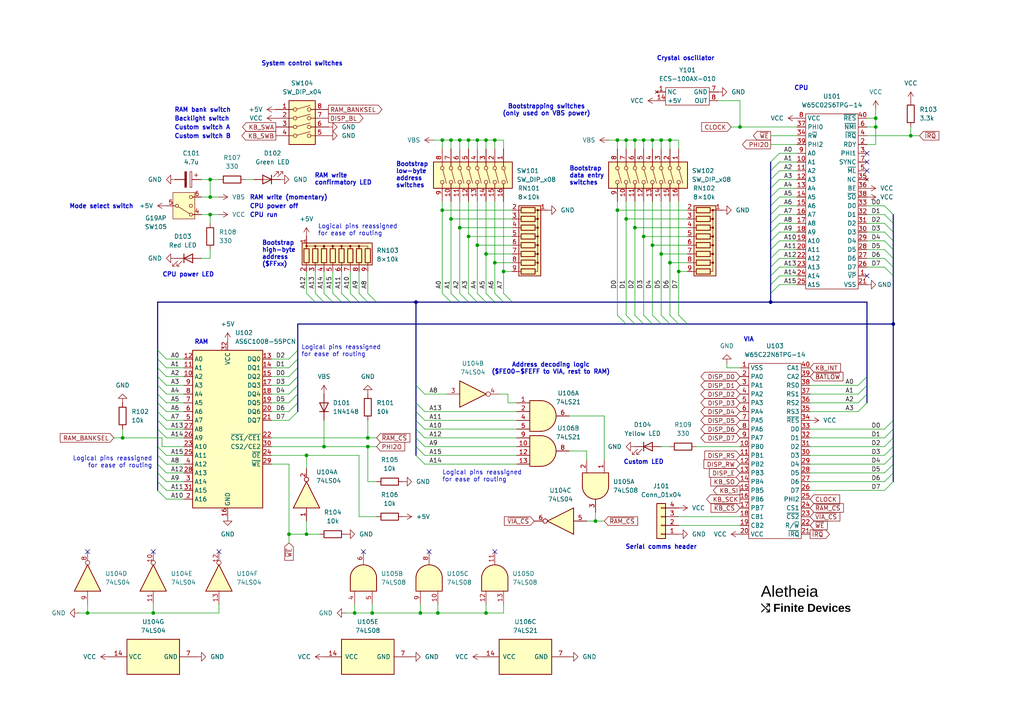
<source format=kicad_sch>
(kicad_sch (version 20250114) (generator "eeschema") (generator_version "9.0")
  (paper "A4")
  (title_block (title "Aletheia") (date "2026-01-15") (rev "1") (company "Finite Devices"))
  (text "Custom switch A" (at 50.546 37.084 0) (effects (font (size 1.27 1.27) (thickness 0.254) (bold yes)) (justify left)))
  (text "RAM" (at 58.42 99.314 0) (effects (font (size 1.27 1.27) (thickness 0.254) (bold yes))))
  (text "CPU" (at 232.41 25.654 0) (effects (font (size 1.27 1.27) (thickness 0.254) (bold yes))))
  (text "CPU run" (at 72.39 62.484 0) (effects (font (size 1.27 1.27) (thickness 0.254) (bold yes)) (justify left)))
  (text "Crystal oscillator" (at 198.882 17.018 0) (effects (font (size 1.27 1.27) (thickness 0.254) (bold yes))))
  (text "RAM write (momentary)" (at 72.39 57.404 0) (effects (font (size 1.27 1.27) (thickness 0.254) (bold yes)) (justify left)))
  (text "Bootstrap\nlow-byte\naddress\nswitches" (at 114.808 50.8 0) (effects (font (size 1.27 1.27) (thickness 0.254) (bold yes)) (justify left)))
  (text "CPU power off" (at 72.39 59.944 0) (effects (font (size 1.27 1.27) (thickness 0.254) (bold yes)) (justify left)))
  (text "Bootstrap\nhigh-byte\naddress\n($FFxx)" (at 75.946 73.66 0) (effects (font (size 1.27 1.27) (thickness 0.254) (bold yes)) (justify left)))
  (text "Bootstrap\ndata entry\nswitches" (at 165.1 51.054 0) (effects (font (size 1.27 1.27) (thickness 0.254) (bold yes)) (justify left)))
  (text "Serial comms header" (at 191.77 158.75 0) (effects (font (size 1.27 1.27) (thickness 0.254) (bold yes))))
  (text "CPU power LED" (at 54.61 79.756 0) (effects (font (size 1.27 1.27) (thickness 0.254) (bold yes))))
  (text "Address decoding logic\n($FE00-$FEFF to VIA, rest to RAM)" (at 159.766 106.934 0) (effects (font (size 1.27 1.27) (thickness 0.254) (bold yes))))
  (text "RAM write\nconfirmatory LED" (at 91.186 52.07 0) (effects (font (size 1.27 1.27) (thickness 0.254) (bold yes)) (justify left)))
  (text "Bootstrapping switches\n(only used on VBS power)" (at 158.496 32.004 0) (effects (font (size 1.27 1.27) (thickness 0.254) (bold yes))))
  (text "Logical pins reassigned\nfor ease of routing" (at 44.196 134.112 0) (effects (font (size 1.27 1.27) (thickness 0.1588)) (justify right)))
  (text "VIA" (at 217.17 98.552 0) (effects (font (size 1.27 1.27) (thickness 0.254) (bold yes))))
  (text "Logical pins reassigned\nfor ease of routing" (at 92.202 66.802 0) (effects (font (size 1.27 1.27) (thickness 0.1588)) (justify left)))
  (text "Mode select switch" (at 20.066 59.944 0) (effects (font (size 1.27 1.27) (thickness 0.254) (bold yes)) (justify left)))
  (text "Logical pins reassigned\nfor ease of routing" (at 128.27 138.176 0) (effects (font (size 1.27 1.27) (thickness 0.1588)) (justify left)))
  (text "Backlight switch" (at 50.546 34.544 0) (effects (font (size 1.27 1.27) (thickness 0.254) (bold yes)) (justify left)))
  (text "RAM bank switch" (at 50.546 32.004 0) (effects (font (size 1.27 1.27) (thickness 0.254) (bold yes)) (justify left)))
  (text "Custom LED" (at 186.69 134.112 0) (effects (font (size 1.27 1.27) (thickness 0.254) (bold yes))))
  (text "Logical pins reassigned\nfor ease of routing" (at 87.376 101.854 0) (effects (font (size 1.27 1.27) (thickness 0.1588)) (justify left)))
  (text "System control switches" (at 87.63 18.542 0) (effects (font (size 1.27 1.27) (thickness 0.254) (bold yes))))
  (text "Custom switch B" (at 50.546 39.624 0) (effects (font (size 1.27 1.27) (thickness 0.254) (bold yes)) (justify left)))
  (junction (at 194.31 76.2))
  (junction (at 83.82 154.94))
  (junction (at 133.35 40.64))
  (junction (at 44.45 177.8))
  (junction (at 107.95 177.8))
  (junction (at 128.27 40.64))
  (junction (at 146.05 78.74))
  (junction (at 184.15 40.64))
  (junction (at 102.87 177.8))
  (junction (at 25.4 177.8))
  (junction (at 35.56 127))
  (junction (at 189.23 71.12))
  (junction (at 186.69 68.58))
  (junction (at 121.92 177.8))
  (junction (at 184.15 66.04))
  (junction (at 194.31 40.64))
  (junction (at 127 177.8))
  (junction (at 143.51 40.64))
  (junction (at 143.51 76.2))
  (junction (at 106.68 129.54))
  (junction (at 191.77 40.64))
  (junction (at 120.65 87.63))
  (junction (at 130.81 40.64))
  (junction (at 214.63 36.83))
  (junction (at 186.69 40.64))
  (junction (at 264.16 39.37))
  (junction (at 138.43 71.12))
  (junction (at 130.81 63.5))
  (junction (at 196.85 78.74))
  (junction (at 106.68 127))
  (junction (at 133.35 66.04))
  (junction (at 254 34.29))
  (junction (at 172.72 151.13))
  (junction (at 140.97 40.64))
  (junction (at 223.52 87.63))
  (junction (at 135.89 40.64))
  (junction (at 181.61 40.64))
  (junction (at 128.27 60.96))
  (junction (at 60.96 52.07))
  (junction (at 181.61 63.5))
  (junction (at 135.89 68.58))
  (junction (at 179.07 60.96))
  (junction (at 140.97 177.8))
  (junction (at 93.98 129.54))
  (junction (at 88.9 132.08))
  (junction (at 179.07 40.64))
  (junction (at 191.77 73.66))
  (junction (at 254 36.83))
  (junction (at 60.96 62.23))
  (junction (at 140.97 73.66))
  (junction (at 259.08 93.98))
  (junction (at 60.96 57.15))
  (junction (at 88.9 154.94))
  (junction (at 138.43 40.64))
  (junction (at 189.23 40.64))
  (no_connect (at 25.4 160.02))
  (no_connect (at 251.46 49.53))
  (no_connect (at 251.46 80.01))
  (no_connect (at 143.51 160.02))
  (no_connect (at 124.46 160.02))
  (no_connect (at 44.45 160.02))
  (no_connect (at 251.46 46.99))
  (no_connect (at 251.46 44.45))
  (no_connect (at 63.5 160.02))
  (no_connect (at 105.41 160.02))
  (bus_entry (at 256.54 124.46) (size 2.54 -2.54))
  (bus_entry (at 256.54 77.47) (size 2.54 2.54))
  (bus_entry (at 135.89 85.09) (size 2.54 2.54))
  (bus_entry (at 48.26 124.46) (size -2.54 -2.54))
  (bus_entry (at 88.9 85.09) (size 2.54 2.54))
  (bus_entry (at 186.69 91.44) (size 2.54 2.54))
  (bus_entry (at 83.82 111.76) (size 2.54 -2.54))
  (bus_entry (at 104.14 85.09) (size 2.54 2.54))
  (bus_entry (at 123.19 119.38) (size -2.54 -2.54))
  (bus_entry (at 140.97 85.09) (size 2.54 2.54))
  (bus_entry (at 226.06 52.07) (size -2.54 2.54))
  (bus_entry (at 256.54 137.16) (size 2.54 -2.54))
  (bus_entry (at 133.35 85.09) (size 2.54 2.54))
  (bus_entry (at 123.19 114.3) (size -2.54 -2.54))
  (bus_entry (at 226.06 54.61) (size -2.54 2.54))
  (bus_entry (at 226.06 82.55) (size -2.54 2.54))
  (bus_entry (at 191.77 91.44) (size 2.54 2.54))
  (bus_entry (at 226.06 49.53) (size -2.54 2.54))
  (bus_entry (at 256.54 62.23) (size 2.54 2.54))
  (bus_entry (at 226.06 64.77) (size -2.54 2.54))
  (bus_entry (at 226.06 46.99) (size -2.54 2.54))
  (bus_entry (at 138.43 85.09) (size 2.54 2.54))
  (bus_entry (at 123.19 132.08) (size -2.54 -2.54))
  (bus_entry (at 83.82 121.92) (size 2.54 -2.54))
  (bus_entry (at 226.06 77.47) (size -2.54 2.54))
  (bus_entry (at 48.26 139.7) (size -2.54 -2.54))
  (bus_entry (at 256.54 74.93) (size 2.54 2.54))
  (bus_entry (at 226.06 80.01) (size -2.54 2.54))
  (bus_entry (at 196.85 91.44) (size 2.54 2.54))
  (bus_entry (at 48.26 144.78) (size -2.54 -2.54))
  (bus_entry (at 256.54 69.85) (size 2.54 2.54))
  (bus_entry (at 123.19 127) (size -2.54 -2.54))
  (bus_entry (at 48.26 121.92) (size -2.54 -2.54))
  (bus_entry (at 96.52 85.09) (size 2.54 2.54))
  (bus_entry (at 83.82 109.22) (size 2.54 -2.54))
  (bus_entry (at 256.54 139.7) (size 2.54 -2.54))
  (bus_entry (at 48.26 134.62) (size -2.54 -2.54))
  (bus_entry (at 130.81 85.09) (size 2.54 2.54))
  (bus_entry (at 184.15 91.44) (size 2.54 2.54))
  (bus_entry (at 48.26 109.22) (size -2.54 -2.54))
  (bus_entry (at 48.26 127) (size -2.54 -2.54))
  (bus_entry (at 256.54 132.08) (size 2.54 -2.54))
  (bus_entry (at 226.06 67.31) (size -2.54 2.54))
  (bus_entry (at 256.54 134.62) (size 2.54 -2.54))
  (bus_entry (at 48.26 106.68) (size -2.54 -2.54))
  (bus_entry (at 189.23 91.44) (size 2.54 2.54))
  (bus_entry (at 123.19 124.46) (size -2.54 -2.54))
  (bus_entry (at 248.92 114.3) (size 2.54 -2.54))
  (bus_entry (at 128.27 85.09) (size 2.54 2.54))
  (bus_entry (at 146.05 85.09) (size 2.54 2.54))
  (bus_entry (at 226.06 72.39) (size -2.54 2.54))
  (bus_entry (at 48.26 104.14) (size -2.54 -2.54))
  (bus_entry (at 48.26 137.16) (size -2.54 -2.54))
  (bus_entry (at 256.54 127) (size 2.54 -2.54))
  (bus_entry (at 256.54 59.69) (size 2.54 2.54))
  (bus_entry (at 106.68 85.09) (size 2.54 2.54))
  (bus_entry (at 181.61 91.44) (size 2.54 2.54))
  (bus_entry (at 226.06 74.93) (size -2.54 2.54))
  (bus_entry (at 83.82 119.38) (size 2.54 -2.54))
  (bus_entry (at 256.54 142.24) (size 2.54 -2.54))
  (bus_entry (at 194.31 91.44) (size 2.54 2.54))
  (bus_entry (at 256.54 129.54) (size 2.54 -2.54))
  (bus_entry (at 256.54 64.77) (size 2.54 2.54))
  (bus_entry (at 48.26 116.84) (size -2.54 -2.54))
  (bus_entry (at 93.98 85.09) (size 2.54 2.54))
  (bus_entry (at 91.44 85.09) (size 2.54 2.54))
  (bus_entry (at 123.19 121.92) (size -2.54 -2.54))
  (bus_entry (at 83.82 114.3) (size 2.54 -2.54))
  (bus_entry (at 48.26 142.24) (size -2.54 -2.54))
  (bus_entry (at 83.82 104.14) (size 2.54 -2.54))
  (bus_entry (at 248.92 116.84) (size 2.54 -2.54))
  (bus_entry (at 123.19 134.62) (size -2.54 -2.54))
  (bus_entry (at 226.06 44.45) (size -2.54 2.54))
  (bus_entry (at 83.82 116.84) (size 2.54 -2.54))
  (bus_entry (at 48.26 111.76) (size -2.54 -2.54))
  (bus_entry (at 48.26 132.08) (size -2.54 -2.54))
  (bus_entry (at 48.26 119.38) (size -2.54 -2.54))
  (bus_entry (at 226.06 59.69) (size -2.54 2.54))
  (bus_entry (at 256.54 67.31) (size 2.54 2.54))
  (bus_entry (at 143.51 85.09) (size 2.54 2.54))
  (bus_entry (at 48.26 114.3) (size -2.54 -2.54))
  (bus_entry (at 226.06 69.85) (size -2.54 2.54))
  (bus_entry (at 256.54 72.39) (size 2.54 2.54))
  (bus_entry (at 248.92 119.38) (size 2.54 -2.54))
  (bus_entry (at 226.06 57.15) (size -2.54 2.54))
  (bus_entry (at 179.07 91.44) (size 2.54 2.54))
  (bus_entry (at 123.19 129.54) (size -2.54 -2.54))
  (bus_entry (at 226.06 62.23) (size -2.54 2.54))
  (bus_entry (at 99.06 85.09) (size 2.54 2.54))
  (bus_entry (at 83.82 106.68) (size 2.54 -2.54))
  (bus_entry (at 248.92 111.76) (size 2.54 -2.54))
  (bus_entry (at 101.6 85.09) (size 2.54 2.54))
  (wire (pts (xy 128.27 40.64) (xy 130.81 40.64)))
  (bus (pts (xy 45.72 116.84) (xy 45.72 119.38)))
  (bus (pts (xy 86.36 104.14) (xy 86.36 106.68)))
  (wire (pts (xy 226.06 52.07) (xy 231.14 52.07)))
  (wire (pts (xy 63.5 177.8) (xy 63.5 175.26)))
  (wire (pts (xy 226.06 77.47) (xy 231.14 77.47)))
  (wire (pts (xy 189.23 40.64) (xy 186.69 40.64)))
  (wire (pts (xy 128.27 43.18) (xy 128.27 40.64)))
  (wire (pts (xy 189.23 58.42) (xy 189.23 71.12)))
  (bus (pts (xy 189.23 93.98) (xy 191.77 93.98)))
  (wire (pts (xy 175.26 120.65) (xy 175.26 133.35)))
  (wire (pts (xy 63.5 62.23) (xy 60.96 62.23)))
  (wire (pts (xy 133.35 40.64) (xy 135.89 40.64)))
  (wire (pts (xy 254 34.29) (xy 251.46 34.29)))
  (wire (pts (xy 78.74 127) (xy 106.68 127)))
  (bus (pts (xy 259.08 129.54) (xy 259.08 132.08)))
  (wire (pts (xy 172.72 151.13) (xy 170.18 151.13)))
  (wire (pts (xy 251.46 69.85) (xy 256.54 69.85)))
  (wire (pts (xy 48.26 144.78) (xy 53.34 144.78)))
  (wire (pts (xy 140.97 40.64) (xy 140.97 43.18)))
  (wire (pts (xy 48.26 116.84) (xy 53.34 116.84)))
  (wire (pts (xy 25.4 175.26) (xy 25.4 177.8)))
  (wire (pts (xy 71.12 52.07) (xy 73.66 52.07)))
  (wire (pts (xy 266.7 39.37) (xy 264.16 39.37)))
  (wire (pts (xy 48.26 137.16) (xy 53.34 137.16)))
  (bus (pts (xy 223.52 52.07) (xy 223.52 54.61)))
  (wire (pts (xy 146.05 78.74) (xy 148.59 78.74)))
  (wire (pts (xy 147.32 116.84) (xy 149.86 116.84)))
  (wire (pts (xy 109.22 139.7) (xy 106.68 139.7)))
  (wire (pts (xy 226.06 72.39) (xy 231.14 72.39)))
  (bus (pts (xy 223.52 54.61) (xy 223.52 57.15)))
  (wire (pts (xy 123.19 119.38) (xy 149.86 119.38)))
  (wire (pts (xy 123.19 129.54) (xy 149.86 129.54)))
  (wire (pts (xy 196.85 78.74) (xy 199.39 78.74)))
  (bus (pts (xy 45.72 114.3) (xy 45.72 116.84)))
  (wire (pts (xy 194.31 58.42) (xy 194.31 76.2)))
  (wire (pts (xy 146.05 40.64) (xy 146.05 43.18)))
  (wire (pts (xy 48.26 106.68) (xy 53.34 106.68)))
  (wire (pts (xy 181.61 40.64) (xy 179.07 40.64)))
  (wire (pts (xy 226.06 44.45) (xy 231.14 44.45)))
  (wire (pts (xy 186.69 58.42) (xy 186.69 68.58)))
  (wire (pts (xy 25.4 177.8) (xy 44.45 177.8)))
  (wire (pts (xy 99.06 85.09) (xy 99.06 78.74)))
  (bus (pts (xy 223.52 85.09) (xy 223.52 87.63)))
  (bus (pts (xy 259.08 134.62) (xy 259.08 137.16)))
  (wire (pts (xy 226.06 62.23) (xy 231.14 62.23)))
  (wire (pts (xy 78.74 129.54) (xy 93.98 129.54)))
  (wire (pts (xy 181.61 58.42) (xy 181.61 63.5)))
  (wire (pts (xy 226.06 64.77) (xy 231.14 64.77)))
  (wire (pts (xy 130.81 40.64) (xy 133.35 40.64)))
  (wire (pts (xy 78.74 132.08) (xy 88.9 132.08)))
  (wire (pts (xy 181.61 40.64) (xy 181.61 43.18)))
  (wire (pts (xy 138.43 40.64) (xy 140.97 40.64)))
  (wire (pts (xy 189.23 71.12) (xy 199.39 71.12)))
  (bus (pts (xy 101.6 87.63) (xy 104.14 87.63)))
  (wire (pts (xy 179.07 40.64) (xy 179.07 43.18)))
  (wire (pts (xy 123.19 121.92) (xy 149.86 121.92)))
  (wire (pts (xy 48.26 139.7) (xy 53.34 139.7)))
  (bus (pts (xy 45.72 121.92) (xy 45.72 124.46)))
  (bus (pts (xy 86.36 114.3) (xy 86.36 116.84)))
  (bus (pts (xy 223.52 62.23) (xy 223.52 64.77)))
  (wire (pts (xy 210.82 106.68) (xy 214.63 106.68)))
  (wire (pts (xy 196.85 40.64) (xy 194.31 40.64)))
  (wire (pts (xy 234.95 119.38) (xy 248.92 119.38)))
  (wire (pts (xy 48.26 114.3) (xy 53.34 114.3)))
  (wire (pts (xy 226.06 82.55) (xy 231.14 82.55)))
  (wire (pts (xy 196.85 149.86) (xy 214.63 149.86)))
  (wire (pts (xy 234.95 137.16) (xy 256.54 137.16)))
  (bus (pts (xy 45.72 109.22) (xy 45.72 111.76)))
  (wire (pts (xy 106.68 129.54) (xy 109.22 129.54)))
  (wire (pts (xy 201.93 129.54) (xy 214.63 129.54)))
  (wire (pts (xy 186.69 68.58) (xy 186.69 91.44)))
  (wire (pts (xy 251.46 62.23) (xy 256.54 62.23)))
  (bus (pts (xy 259.08 124.46) (xy 259.08 127)))
  (wire (pts (xy 104.14 149.86) (xy 109.22 149.86)))
  (wire (pts (xy 83.82 154.94) (xy 88.9 154.94)))
  (wire (pts (xy 133.35 66.04) (xy 148.59 66.04)))
  (bus (pts (xy 181.61 93.98) (xy 184.15 93.98)))
  (wire (pts (xy 146.05 58.42) (xy 146.05 78.74)))
  (wire (pts (xy 48.26 142.24) (xy 53.34 142.24)))
  (bus (pts (xy 86.36 93.98) (xy 181.61 93.98)))
  (bus (pts (xy 223.52 77.47) (xy 223.52 80.01)))
  (bus (pts (xy 259.08 74.93) (xy 259.08 77.47)))
  (wire (pts (xy 140.97 73.66) (xy 148.59 73.66)))
  (bus (pts (xy 45.72 124.46) (xy 45.72 129.54)))
  (wire (pts (xy 135.89 40.64) (xy 138.43 40.64)))
  (wire (pts (xy 138.43 71.12) (xy 148.59 71.12)))
  (bus (pts (xy 143.51 87.63) (xy 146.05 87.63)))
  (bus (pts (xy 223.52 49.53) (xy 223.52 52.07)))
  (bus (pts (xy 45.72 137.16) (xy 45.72 139.7)))
  (wire (pts (xy 78.74 109.22) (xy 83.82 109.22)))
  (bus (pts (xy 259.08 127) (xy 259.08 129.54)))
  (bus (pts (xy 223.52 82.55) (xy 223.52 85.09)))
  (wire (pts (xy 48.26 121.92) (xy 53.34 121.92)))
  (wire (pts (xy 133.35 40.64) (xy 133.35 43.18)))
  (wire (pts (xy 184.15 40.64) (xy 181.61 40.64)))
  (wire (pts (xy 226.06 57.15) (xy 231.14 57.15)))
  (bus (pts (xy 120.65 124.46) (xy 120.65 127)))
  (bus (pts (xy 45.72 139.7) (xy 45.72 142.24)))
  (wire (pts (xy 264.16 36.83) (xy 264.16 39.37)))
  (wire (pts (xy 106.68 121.92) (xy 106.68 127)))
  (wire (pts (xy 88.9 132.08) (xy 104.14 132.08)))
  (wire (pts (xy 194.31 76.2) (xy 194.31 91.44)))
  (bus (pts (xy 259.08 77.47) (xy 259.08 80.01)))
  (bus (pts (xy 259.08 121.92) (xy 259.08 124.46)))
  (bus (pts (xy 86.36 106.68) (xy 86.36 109.22)))
  (wire (pts (xy 48.26 119.38) (xy 53.34 119.38)))
  (wire (pts (xy 234.95 111.76) (xy 248.92 111.76)))
  (wire (pts (xy 194.31 76.2) (xy 199.39 76.2)))
  (wire (pts (xy 123.19 114.3) (xy 129.54 114.3)))
  (wire (pts (xy 78.74 121.92) (xy 83.82 121.92)))
  (bus (pts (xy 86.36 109.22) (xy 86.36 111.76)))
  (wire (pts (xy 96.52 85.09) (xy 96.52 78.74)))
  (bus (pts (xy 259.08 67.31) (xy 259.08 69.85)))
  (wire (pts (xy 208.28 29.21) (xy 214.63 29.21)))
  (bus (pts (xy 223.52 80.01) (xy 223.52 82.55)))
  (wire (pts (xy 127 177.8) (xy 140.97 177.8)))
  (wire (pts (xy 196.85 58.42) (xy 196.85 78.74)))
  (wire (pts (xy 251.46 72.39) (xy 256.54 72.39)))
  (wire (pts (xy 88.9 85.09) (xy 88.9 78.74)))
  (wire (pts (xy 191.77 73.66) (xy 199.39 73.66)))
  (wire (pts (xy 135.89 68.58) (xy 135.89 85.09)))
  (wire (pts (xy 100.33 177.8) (xy 102.87 177.8)))
  (wire (pts (xy 191.77 73.66) (xy 191.77 91.44)))
  (bus (pts (xy 251.46 111.76) (xy 251.46 114.3)))
  (wire (pts (xy 251.46 67.31) (xy 256.54 67.31)))
  (wire (pts (xy 106.68 127) (xy 109.22 127)))
  (bus (pts (xy 120.65 111.76) (xy 120.65 116.84)))
  (bus (pts (xy 45.72 132.08) (xy 45.72 134.62)))
  (wire (pts (xy 48.26 111.76) (xy 53.34 111.76)))
  (wire (pts (xy 121.92 175.26) (xy 121.92 177.8)))
  (wire (pts (xy 226.06 80.01) (xy 231.14 80.01)))
  (wire (pts (xy 138.43 58.42) (xy 138.43 71.12)))
  (wire (pts (xy 140.97 177.8) (xy 146.05 177.8)))
  (wire (pts (xy 184.15 66.04) (xy 199.39 66.04)))
  (bus (pts (xy 86.36 93.98) (xy 86.36 101.6)))
  (bus (pts (xy 91.44 87.63) (xy 93.98 87.63)))
  (wire (pts (xy 226.06 49.53) (xy 231.14 49.53)))
  (bus (pts (xy 223.52 87.63) (xy 251.46 87.63)))
  (wire (pts (xy 144.78 114.3) (xy 147.32 114.3)))
  (bus (pts (xy 86.36 101.6) (xy 86.36 104.14)))
  (wire (pts (xy 123.19 132.08) (xy 149.86 132.08)))
  (wire (pts (xy 35.56 124.46) (xy 35.56 127)))
  (bus (pts (xy 138.43 87.63) (xy 140.97 87.63)))
  (wire (pts (xy 60.96 74.93) (xy 60.96 72.39)))
  (wire (pts (xy 194.31 40.64) (xy 194.31 43.18)))
  (wire (pts (xy 191.77 129.54) (xy 194.31 129.54)))
  (bus (pts (xy 223.52 69.85) (xy 223.52 72.39)))
  (wire (pts (xy 234.95 127) (xy 256.54 127)))
  (bus (pts (xy 96.52 87.63) (xy 99.06 87.63)))
  (wire (pts (xy 184.15 40.64) (xy 184.15 43.18)))
  (wire (pts (xy 251.46 64.77) (xy 256.54 64.77)))
  (bus (pts (xy 86.36 116.84) (xy 86.36 119.38)))
  (bus (pts (xy 135.89 87.63) (xy 138.43 87.63)))
  (wire (pts (xy 143.51 40.64) (xy 143.51 43.18)))
  (bus (pts (xy 259.08 64.77) (xy 259.08 67.31)))
  (wire (pts (xy 48.26 124.46) (xy 53.34 124.46)))
  (bus (pts (xy 45.72 87.63) (xy 45.72 101.6)))
  (bus (pts (xy 223.52 46.99) (xy 223.52 49.53)))
  (wire (pts (xy 181.61 63.5) (xy 199.39 63.5)))
  (wire (pts (xy 93.98 129.54) (xy 106.68 129.54)))
  (wire (pts (xy 91.44 85.09) (xy 91.44 78.74)))
  (wire (pts (xy 234.95 116.84) (xy 248.92 116.84)))
  (wire (pts (xy 165.1 130.81) (xy 170.18 130.81)))
  (wire (pts (xy 130.81 63.5) (xy 148.59 63.5)))
  (wire (pts (xy 181.61 63.5) (xy 181.61 91.44)))
  (wire (pts (xy 165.1 120.65) (xy 175.26 120.65)))
  (wire (pts (xy 83.82 157.48) (xy 83.82 154.94)))
  (wire (pts (xy 48.26 104.14) (xy 53.34 104.14)))
  (wire (pts (xy 223.52 41.91) (xy 231.14 41.91)))
  (wire (pts (xy 123.19 127) (xy 149.86 127)))
  (wire (pts (xy 44.45 177.8) (xy 63.5 177.8)))
  (bus (pts (xy 259.08 72.39) (xy 259.08 74.93)))
  (bus (pts (xy 120.65 87.63) (xy 120.65 111.76)))
  (wire (pts (xy 191.77 40.64) (xy 191.77 43.18)))
  (wire (pts (xy 128.27 58.42) (xy 128.27 60.96)))
  (wire (pts (xy 78.74 114.3) (xy 83.82 114.3)))
  (wire (pts (xy 226.06 54.61) (xy 231.14 54.61)))
  (wire (pts (xy 83.82 134.62) (xy 83.82 154.94)))
  (bus (pts (xy 251.46 87.63) (xy 251.46 109.22)))
  (wire (pts (xy 186.69 68.58) (xy 199.39 68.58)))
  (wire (pts (xy 104.14 85.09) (xy 104.14 78.74)))
  (wire (pts (xy 189.23 40.64) (xy 189.23 43.18)))
  (wire (pts (xy 191.77 40.64) (xy 189.23 40.64)))
  (bus (pts (xy 196.85 93.98) (xy 199.39 93.98)))
  (bus (pts (xy 140.97 87.63) (xy 143.51 87.63)))
  (wire (pts (xy 189.23 71.12) (xy 189.23 91.44)))
  (wire (pts (xy 102.87 177.8) (xy 107.95 177.8)))
  (wire (pts (xy 179.07 60.96) (xy 199.39 60.96)))
  (wire (pts (xy 138.43 71.12) (xy 138.43 85.09)))
  (wire (pts (xy 214.63 29.21) (xy 214.63 36.83)))
  (wire (pts (xy 143.51 58.42) (xy 143.51 76.2)))
  (bus (pts (xy 194.31 93.98) (xy 196.85 93.98)))
  (wire (pts (xy 83.82 134.62) (xy 78.74 134.62)))
  (wire (pts (xy 78.74 116.84) (xy 83.82 116.84)))
  (wire (pts (xy 128.27 60.96) (xy 128.27 85.09)))
  (wire (pts (xy 107.95 177.8) (xy 121.92 177.8)))
  (wire (pts (xy 60.96 57.15) (xy 58.42 57.15)))
  (wire (pts (xy 143.51 76.2) (xy 143.51 85.09)))
  (wire (pts (xy 194.31 40.64) (xy 191.77 40.64)))
  (wire (pts (xy 146.05 175.26) (xy 146.05 177.8)))
  (wire (pts (xy 223.52 39.37) (xy 231.14 39.37)))
  (wire (pts (xy 60.96 52.07) (xy 63.5 52.07)))
  (wire (pts (xy 210.82 106.68) (xy 210.82 105.41)))
  (wire (pts (xy 106.68 129.54) (xy 106.68 139.7)))
  (wire (pts (xy 125.73 40.64) (xy 128.27 40.64)))
  (wire (pts (xy 226.06 46.99) (xy 231.14 46.99)))
  (wire (pts (xy 143.51 76.2) (xy 148.59 76.2)))
  (wire (pts (xy 234.95 132.08) (xy 256.54 132.08)))
  (wire (pts (xy 191.77 58.42) (xy 191.77 73.66)))
  (bus (pts (xy 223.52 59.69) (xy 223.52 62.23)))
  (wire (pts (xy 46.99 129.54) (xy 53.34 129.54)))
  (bus (pts (xy 93.98 87.63) (xy 96.52 87.63)))
  (bus (pts (xy 259.08 137.16) (xy 259.08 139.7)))
  (wire (pts (xy 226.06 69.85) (xy 231.14 69.85)))
  (wire (pts (xy 107.95 175.26) (xy 107.95 177.8)))
  (wire (pts (xy 254 36.83) (xy 251.46 36.83)))
  (wire (pts (xy 170.18 130.81) (xy 170.18 133.35)))
  (wire (pts (xy 176.53 40.64) (xy 179.07 40.64)))
  (wire (pts (xy 214.63 36.83) (xy 231.14 36.83)))
  (wire (pts (xy 140.97 58.42) (xy 140.97 73.66)))
  (wire (pts (xy 48.26 127) (xy 53.34 127)))
  (bus (pts (xy 259.08 80.01) (xy 259.08 93.98)))
  (bus (pts (xy 106.68 87.63) (xy 109.22 87.63)))
  (wire (pts (xy 48.26 132.08) (xy 53.34 132.08)))
  (bus (pts (xy 223.52 67.31) (xy 223.52 69.85)))
  (bus (pts (xy 109.22 87.63) (xy 120.65 87.63)))
  (wire (pts (xy 196.85 152.4) (xy 214.63 152.4)))
  (wire (pts (xy 186.69 40.64) (xy 184.15 40.64)))
  (wire (pts (xy 78.74 111.76) (xy 83.82 111.76)))
  (wire (pts (xy 140.97 73.66) (xy 140.97 85.09)))
  (bus (pts (xy 251.46 109.22) (xy 251.46 111.76)))
  (bus (pts (xy 251.46 114.3) (xy 251.46 116.84)))
  (wire (pts (xy 88.9 154.94) (xy 92.71 154.94)))
  (wire (pts (xy 135.89 58.42) (xy 135.89 68.58)))
  (wire (pts (xy 196.85 43.18) (xy 196.85 40.64)))
  (bus (pts (xy 259.08 69.85) (xy 259.08 72.39)))
  (wire (pts (xy 251.46 59.69) (xy 256.54 59.69)))
  (wire (pts (xy 33.02 127) (xy 35.56 127)))
  (wire (pts (xy 234.95 129.54) (xy 256.54 129.54)))
  (bus (pts (xy 45.72 87.63) (xy 91.44 87.63)))
  (bus (pts (xy 148.59 87.63) (xy 223.52 87.63)))
  (wire (pts (xy 102.87 177.8) (xy 102.87 175.26)))
  (bus (pts (xy 120.65 119.38) (xy 120.65 121.92)))
  (wire (pts (xy 184.15 58.42) (xy 184.15 66.04)))
  (wire (pts (xy 143.51 40.64) (xy 146.05 40.64)))
  (wire (pts (xy 78.74 106.68) (xy 83.82 106.68)))
  (wire (pts (xy 146.05 78.74) (xy 146.05 85.09)))
  (wire (pts (xy 140.97 175.26) (xy 140.97 177.8)))
  (wire (pts (xy 226.06 59.69) (xy 231.14 59.69)))
  (wire (pts (xy 133.35 66.04) (xy 133.35 85.09)))
  (wire (pts (xy 140.97 40.64) (xy 143.51 40.64)))
  (bus (pts (xy 120.65 129.54) (xy 120.65 132.08)))
  (wire (pts (xy 22.86 177.8) (xy 25.4 177.8)))
  (bus (pts (xy 45.72 111.76) (xy 45.72 114.3)))
  (bus (pts (xy 45.72 106.68) (xy 45.72 109.22)))
  (wire (pts (xy 130.81 58.42) (xy 130.81 63.5)))
  (bus (pts (xy 259.08 62.23) (xy 259.08 64.77)))
  (wire (pts (xy 58.42 52.07) (xy 60.96 52.07)))
  (bus (pts (xy 45.72 119.38) (xy 45.72 121.92)))
  (wire (pts (xy 186.69 40.64) (xy 186.69 43.18)))
  (bus (pts (xy 259.08 132.08) (xy 259.08 134.62)))
  (wire (pts (xy 254 34.29) (xy 254 36.83)))
  (bus (pts (xy 45.72 101.6) (xy 45.72 104.14)))
  (wire (pts (xy 234.95 134.62) (xy 256.54 134.62)))
  (bus (pts (xy 45.72 104.14) (xy 45.72 106.68)))
  (bus (pts (xy 45.72 129.54) (xy 45.72 132.08)))
  (bus (pts (xy 120.65 116.84) (xy 120.65 119.38)))
  (bus (pts (xy 223.52 57.15) (xy 223.52 59.69)))
  (wire (pts (xy 48.26 134.62) (xy 53.34 134.62)))
  (wire (pts (xy 121.92 177.8) (xy 127 177.8)))
  (wire (pts (xy 254 36.83) (xy 254 41.91)))
  (wire (pts (xy 179.07 58.42) (xy 179.07 60.96)))
  (wire (pts (xy 179.07 60.96) (xy 179.07 91.44)))
  (wire (pts (xy 60.96 62.23) (xy 58.42 62.23)))
  (wire (pts (xy 123.19 124.46) (xy 149.86 124.46)))
  (wire (pts (xy 175.26 151.13) (xy 172.72 151.13)))
  (bus (pts (xy 191.77 93.98) (xy 194.31 93.98)))
  (bus (pts (xy 45.72 134.62) (xy 45.72 137.16)))
  (bus (pts (xy 259.08 93.98) (xy 259.08 121.92)))
  (wire (pts (xy 251.46 74.93) (xy 256.54 74.93)))
  (bus (pts (xy 223.52 64.77) (xy 223.52 67.31)))
  (wire (pts (xy 127 175.26) (xy 127 177.8)))
  (wire (pts (xy 58.42 74.93) (xy 60.96 74.93)))
  (wire (pts (xy 88.9 154.94) (xy 88.9 151.13)))
  (bus (pts (xy 199.39 93.98) (xy 259.08 93.98)))
  (wire (pts (xy 104.14 132.08) (xy 104.14 149.86)))
  (wire (pts (xy 135.89 68.58) (xy 148.59 68.58)))
  (wire (pts (xy 88.9 132.08) (xy 88.9 135.89)))
  (wire (pts (xy 46.99 127) (xy 46.99 129.54)))
  (wire (pts (xy 226.06 74.93) (xy 231.14 74.93)))
  (wire (pts (xy 101.6 85.09) (xy 101.6 78.74)))
  (bus (pts (xy 223.52 74.93) (xy 223.52 77.47)))
  (wire (pts (xy 93.98 85.09) (xy 93.98 78.74)))
  (wire (pts (xy 172.72 148.59) (xy 172.72 151.13)))
  (wire (pts (xy 234.95 124.46) (xy 256.54 124.46)))
  (bus (pts (xy 120.65 121.92) (xy 120.65 124.46)))
  (bus (pts (xy 104.14 87.63) (xy 106.68 87.63)))
  (wire (pts (xy 63.5 57.15) (xy 60.96 57.15)))
  (wire (pts (xy 128.27 60.96) (xy 148.59 60.96)))
  (wire (pts (xy 251.46 77.47) (xy 256.54 77.47)))
  (bus (pts (xy 146.05 87.63) (xy 148.59 87.63)))
  (wire (pts (xy 234.95 114.3) (xy 248.92 114.3)))
  (bus (pts (xy 186.69 93.98) (xy 189.23 93.98)))
  (bus (pts (xy 120.65 87.63) (xy 130.81 87.63)))
  (wire (pts (xy 212.09 36.83) (xy 214.63 36.83)))
  (bus (pts (xy 184.15 93.98) (xy 186.69 93.98)))
  (wire (pts (xy 60.96 52.07) (xy 60.96 57.15)))
  (wire (pts (xy 78.74 104.14) (xy 83.82 104.14)))
  (wire (pts (xy 35.56 127) (xy 46.99 127)))
  (wire (pts (xy 130.81 40.64) (xy 130.81 43.18)))
  (bus (pts (xy 120.65 127) (xy 120.65 129.54)))
  (wire (pts (xy 264.16 39.37) (xy 251.46 39.37)))
  (bus (pts (xy 130.81 87.63) (xy 133.35 87.63)))
  (wire (pts (xy 133.35 58.42) (xy 133.35 66.04)))
  (wire (pts (xy 48.26 109.22) (xy 53.34 109.22)))
  (bus (pts (xy 86.36 111.76) (xy 86.36 114.3)))
  (wire (pts (xy 93.98 121.92) (xy 93.98 129.54)))
  (bus (pts (xy 99.06 87.63) (xy 101.6 87.63)))
  (wire (pts (xy 60.96 62.23) (xy 60.96 64.77)))
  (wire (pts (xy 254 31.75) (xy 254 34.29)))
  (wire (pts (xy 135.89 40.64) (xy 135.89 43.18)))
  (wire (pts (xy 196.85 78.74) (xy 196.85 91.44)))
  (wire (pts (xy 123.19 134.62) (xy 149.86 134.62)))
  (wire (pts (xy 234.95 142.24) (xy 256.54 142.24)))
  (wire (pts (xy 234.95 139.7) (xy 256.54 139.7)))
  (wire (pts (xy 106.68 85.09) (xy 106.68 78.74)))
  (wire (pts (xy 78.74 119.38) (xy 83.82 119.38)))
  (wire (pts (xy 184.15 66.04) (xy 184.15 91.44)))
  (bus (pts (xy 223.52 72.39) (xy 223.52 74.93)))
  (bus (pts (xy 133.35 87.63) (xy 135.89 87.63)))
  (wire (pts (xy 251.46 41.91) (xy 254 41.91)))
  (wire (pts (xy 147.32 114.3) (xy 147.32 116.84)))
  (wire (pts (xy 226.06 67.31) (xy 231.14 67.31)))
  (wire (pts (xy 138.43 40.64) (xy 138.43 43.18)))
  (wire (pts (xy 44.45 175.26) (xy 44.45 177.8)))
  (wire (pts (xy 130.81 63.5) (xy 130.81 85.09)))
  (image (at 233.68 173.6598) (scale 1.18398))
  (label "A3" (at 247.65 119.38 180))
  (label "A2" (at 133.35 83.82 90))
  (label "A8" (at 227.33 64.77 0))
  (label "D7" (at 80.01 121.92 0))
  (label "A6" (at 227.33 59.69 0))
  (label "D4" (at 80.01 114.3 0))
  (label "D6" (at 252.73 74.93 0))
  (label "A14" (at 227.33 80.01 0))
  (label "D5" (at 252.73 72.39 0))
  (label "A2" (at 227.33 49.53 0))
  (label "A5" (at 140.97 83.82 90))
  (label "A11" (at 49.53 142.24 0))
  (label "D7" (at 196.85 83.82 90))
  (label "A14" (at 124.46 134.62 0))
  (label "D1" (at 181.61 83.82 90))
  (label "A1" (at 227.33 46.99 0))
  (label "A12" (at 49.53 137.16 0))
  (label "D0" (at 252.73 124.46 0))
  (label "D4" (at 252.73 134.62 0))
  (label "D0" (at 179.07 83.82 90))
  (label "A15" (at 96.52 83.82 90))
  (label "D3" (at 186.69 83.82 90))
  (label "D0" (at 80.01 109.22 0))
  (label "D3" (at 80.01 111.76 0))
  (label "D0" (at 252.73 59.69 0))
  (label "A10" (at 124.46 124.46 0))
  (label "A7" (at 146.05 83.82 90))
  (label "A0" (at 49.53 104.14 0))
  (label "A3" (at 49.53 111.76 0))
  (label "A14" (at 93.98 83.82 90))
  (label "A0" (at 227.33 44.45 0))
  (label "A9" (at 227.33 67.31 0))
  (label "A8" (at 106.68 83.82 90))
  (label "A8" (at 49.53 134.62 0))
  (label "A10" (at 101.6 83.82 90))
  (label "A0" (at 128.27 83.82 90))
  (label "D1" (at 252.73 127 0))
  (label "D4" (at 252.73 69.85 0))
  (label "A2" (at 247.65 116.84 180))
  (label "A6" (at 143.51 83.82 90))
  (label "A1" (at 49.53 106.68 0))
  (label "A7" (at 227.33 62.23 0))
  (label "A8" (at 124.46 114.3 0))
  (label "A13" (at 124.46 119.38 0))
  (label "D7" (at 252.73 77.47 0))
  (label "D5" (at 80.01 116.84 0))
  (label "A9" (at 124.46 129.54 0))
  (label "A10" (at 49.53 144.78 0))
  (label "A15" (at 124.46 132.08 0))
  (label "D3" (at 252.73 132.08 0))
  (label "A4" (at 227.33 54.61 0))
  (label "A1" (at 247.65 114.3 180))
  (label "A12" (at 88.9 83.82 90))
  (label "D1" (at 80.01 106.68 0))
  (label "A13" (at 49.53 124.46 0))
  (label "A4" (at 138.43 83.82 90))
  (label "A6" (at 49.53 119.38 0))
  (label "D1" (at 252.73 62.23 0))
  (label "A15" (at 227.33 82.55 0))
  (label "D2" (at 252.73 64.77 0))
  (label "D6" (at 80.01 119.38 0))
  (label "A11" (at 227.33 72.39 0))
  (label "D7" (at 252.73 142.24 0))
  (label "A0" (at 247.65 111.76 180))
  (label "A13" (at 91.44 83.82 90))
  (label "A3" (at 135.89 83.82 90))
  (label "D5" (at 252.73 137.16 0))
  (label "A2" (at 49.53 109.22 0))
  (label "A11" (at 99.06 83.82 90))
  (label "A14" (at 49.53 127 0))
  (label "A7" (at 49.53 121.92 0))
  (label "D2" (at 184.15 83.82 90))
  (label "A5" (at 49.53 116.84 0))
  (label "A10" (at 227.33 69.85 0))
  (label "A15" (at 49.53 132.08 0))
  (label "D2" (at 80.01 104.14 0))
  (label "A9" (at 49.53 139.7 0))
  (label "D3" (at 252.73 67.31 0))
  (label "A12" (at 124.46 127 0))
  (label "D6" (at 252.73 139.7 0))
  (label "D4" (at 189.23 83.82 90))
  (label "D6" (at 194.31 83.82 90))
  (label "A12" (at 227.33 74.93 0))
  (label "A5" (at 227.33 57.15 0))
  (label "D2" (at 252.73 129.54 0))
  (label "A3" (at 227.33 52.07 0))
  (label "D5" (at 191.77 83.82 90))
  (label "A13" (at 227.33 77.47 0))
  (label "A4" (at 49.53 114.3 0))
  (label "A9" (at 104.14 83.82 90))
  (label "A11" (at 124.46 121.92 0))
  (label "A1" (at 130.81 83.82 90))
  (global_label "~{VIA_CS}" (shape input) (at 234.95 149.86 0) (property "Intersheetrefs" "${INTERSHEET_REFS}" (effects (hide yes))))
  (global_label "~{IRQ}" (shape input) (at 266.7 39.37 0) (property "Intersheetrefs" "${INTERSHEET_REFS}" (effects (hide yes))))
  (global_label "DISP_D5" (shape tri_state) (at 214.63 121.92 180) (property "Intersheetrefs" "${INTERSHEET_REFS}" (effects (hide yes))))
  (global_label "~{RAM_CS}" (shape input) (at 175.26 151.13 0) (property "Intersheetrefs" "${INTERSHEET_REFS}" (effects (hide yes))))
  (global_label "CLOCK" (shape input) (at 234.95 144.78 0) (property "Intersheetrefs" "${INTERSHEET_REFS}" (effects (hide yes))))
  (global_label "RAM_BANKSEL" (shape input) (at 33.02 127 180) (property "Intersheetrefs" "${INTERSHEET_REFS}" (effects (hide yes))))
  (global_label "KB_SO" (shape input) (at 214.63 139.7 180) (property "Intersheetrefs" "${INTERSHEET_REFS}" (effects (hide yes))))
  (global_label "DISP_D3" (shape tri_state) (at 214.63 116.84 180) (property "Intersheetrefs" "${INTERSHEET_REFS}" (effects (hide yes))))
  (global_label "RAM_BANKSEL" (shape output) (at 95.25 31.75 0) (property "Intersheetrefs" "${INTERSHEET_REFS}" (effects (hide yes))))
  (global_label "~{BATLOW}" (shape input) (at 234.95 109.22 0) (effects (font (thickness 0.1588))) (property "Intersheetrefs" "${INTERSHEET_REFS}" (effects (hide yes))))
  (global_label "PHI2O" (shape input) (at 109.22 129.54 0) (property "Intersheetrefs" "${INTERSHEET_REFS}" (effects (hide yes))))
  (global_label "DISP_BL" (shape output) (at 95.25 34.29 0) (property "Intersheetrefs" "${INTERSHEET_REFS}" (effects (hide yes))))
  (global_label "~{RAM_CS}" (shape input) (at 234.95 147.32 0) (property "Intersheetrefs" "${INTERSHEET_REFS}" (effects (hide yes))))
  (global_label "DISP_D2" (shape tri_state) (at 214.63 114.3 180) (property "Intersheetrefs" "${INTERSHEET_REFS}" (effects (hide yes))))
  (global_label "~{IRQ}" (shape output) (at 234.95 154.94 0) (property "Intersheetrefs" "${INTERSHEET_REFS}" (effects (hide yes))))
  (global_label "~{WE}" (shape input) (at 234.95 152.4 0) (property "Intersheetrefs" "${INTERSHEET_REFS}" (effects (hide yes))))
  (global_label "KB_INT" (shape input) (at 234.95 106.68 0) (effects (font (thickness 0.1588))) (property "Intersheetrefs" "${INTERSHEET_REFS}" (effects (hide yes))))
  (global_label "KB_SWB" (shape output) (at 80.01 39.37 180) (property "Intersheetrefs" "${INTERSHEET_REFS}" (effects (hide yes))))
  (global_label "DISP_RW" (shape input) (at 214.63 134.62 180) (property "Intersheetrefs" "${INTERSHEET_REFS}" (effects (hide yes))))
  (global_label "DISP_E" (shape input) (at 214.63 137.16 180) (property "Intersheetrefs" "${INTERSHEET_REFS}" (effects (hide yes))))
  (global_label "~{VIA_CS}" (shape input) (at 154.94 151.13 180) (property "Intersheetrefs" "${INTERSHEET_REFS}" (effects (hide yes))))
  (global_label "PHI2O" (shape output) (at 223.52 41.91 180) (property "Intersheetrefs" "${INTERSHEET_REFS}" (effects (hide yes))))
  (global_label "DISP_D1" (shape tri_state) (at 214.63 111.76 180) (property "Intersheetrefs" "${INTERSHEET_REFS}" (effects (hide yes))))
  (global_label "DISP_D7" (shape tri_state) (at 214.63 127 180) (property "Intersheetrefs" "${INTERSHEET_REFS}" (effects (hide yes))))
  (global_label "~{KB_CS}" (shape input) (at 214.63 147.32 180) (property "Intersheetrefs" "${INTERSHEET_REFS}" (effects (hide yes))))
  (global_label "~{RAM_CS}" (shape input) (at 109.22 127 0) (property "Intersheetrefs" "${INTERSHEET_REFS}" (effects (hide yes))))
  (global_label "DISP_RS" (shape input) (at 214.63 132.08 180) (property "Intersheetrefs" "${INTERSHEET_REFS}" (effects (hide yes))))
  (global_label "KB_SCK" (shape output) (at 214.63 144.78 180) (property "Intersheetrefs" "${INTERSHEET_REFS}" (effects (hide yes))))
  (global_label "CLOCK" (shape input) (at 212.09 36.83 180) (property "Intersheetrefs" "${INTERSHEET_REFS}" (effects (hide yes))))
  (global_label "~{WE}" (shape input) (at 83.82 157.48 270) (property "Intersheetrefs" "${INTERSHEET_REFS}" (effects (hide yes))))
  (global_label "KB_SWA" (shape output) (at 80.01 36.83 180) (property "Intersheetrefs" "${INTERSHEET_REFS}" (effects (hide yes))))
  (global_label "DISP_D6" (shape tri_state) (at 214.63 124.46 180) (property "Intersheetrefs" "${INTERSHEET_REFS}" (effects (hide yes))))
  (global_label "KB_SI" (shape output) (at 214.63 142.24 180) (property "Intersheetrefs" "${INTERSHEET_REFS}" (effects (hide yes))))
  (global_label "DISP_D4" (shape tri_state) (at 214.63 119.38 180) (property "Intersheetrefs" "${INTERSHEET_REFS}" (effects (hide yes))))
  (global_label "DISP_D0" (shape tri_state) (at 214.63 109.22 180) (property "Intersheetrefs" "${INTERSHEET_REFS}" (effects (hide yes))))
  (global_label "~{WE}" (shape output) (at 223.52 39.37 180) (property "Intersheetrefs" "${INTERSHEET_REFS}" (effects (hide yes))))
  (symbol (lib_id "74xx:74LS21") (at 157.48 120.65 0) (unit 1)
    (property "Reference" "U106" (at 164.846 114.046 0))
    (property "Value" "74LS21" (at 164.846 116.586 0))
    (property "Footprint" "Package_DIP:DIP-14_W7.62mm" (effects (hide yes)))
    (property "Datasheet" "http://www.ti.com/lit/gpn/sn74LS21" (effects (hide yes)))
    (property "Description" "Dual 4-input AND" (effects (hide yes)))
  )
  (symbol (lib_id "Device:R") (at 96.52 154.94 90) (unit 1)
    (property "Reference" "R104" (at 96.52 148.59 90))
    (property "Value" "10k" (at 96.52 151.13 90))
    (property "Footprint" "Resistor_THT:R_Axial_DIN0207_L6.3mm_D2.5mm_P7.62mm_Horizontal" (effects (hide yes)))
    (property "Description" "Resistor" (effects (hide yes)))
  )
  (symbol (lib_id "Device:R") (at 67.31 52.07 90) (unit 1)
    (property "Reference" "R107" (at 67.31 45.72 90))
    (property "Value" "330" (at 67.31 48.26 90))
    (property "Footprint" "Resistor_THT:R_Axial_DIN0207_L6.3mm_D2.5mm_P7.62mm_Horizontal" (effects (hide yes)))
    (property "Description" "Resistor" (effects (hide yes)))
  )
  (symbol (lib_id "74xx:74LS08") (at 143.51 167.64 90) (unit 4)
    (property "Reference" "U105" (at 148.59 166.3782 90) (effects (justify right)))
    (property "Value" "74LS08" (at 148.59 168.9182 90) (effects (justify right)))
    (property "Footprint" "Package_DIP:DIP-14_W7.62mm" (effects (hide yes)))
    (property "Datasheet" "http://www.ti.com/lit/gpn/sn74LS08" (effects (hide yes)))
    (property "Description" "Quad And2" (effects (hide yes)))
  )
  (symbol (lib_id "power:VCC") (at 93.98 114.3 0) (unit 1)
    (property "Reference" "#PWR0110" (effects (hide yes)))
    (property "Value" "VBS" (at 93.98 109.22 0))
    (property "Description" "Power symbol creates a global label with name \"VCC\"" (effects (hide yes)))
  )
  (symbol (lib_id "power:VCC") (at 93.98 190.5 90) (unit 1)
    (property "Reference" "#PWR0118" (effects (hide yes)))
    (property "Value" "VCC" (at 90.17 190.4999 90) (effects (justify left)))
    (property "Description" "Power symbol creates a global label with name \"VCC\"" (effects (hide yes)))
  )
  (symbol (lib_id "Memory_RAM:AS6C1008-xxP") (at 66.04 124.46 0) (unit 1)
    (property "Reference" "U102" (at 68.1833 96.52 0) (effects (justify left)))
    (property "Value" "AS6C1008-55PCN" (at 68.1833 99.06 0) (effects (justify left)))
    (property "Footprint" "Package_DIP:DIP-32_W15.24mm" (effects (hide yes)))
    (property "Datasheet" "https://www.alliancememory.com/wp-content/uploads/pdf/AS6C1008_Mar_2023V1.2.pdf" (effects (hide yes)))
    (property "Description" "1-Mbit (128K X 8-bit) Low Power CMOS SRAM, single 2.7V ~ 5.5V power supply, 55ns, DIP-32" (effects (hide yes)))
  )
  (symbol (lib_id "Device:R_Network08") (at 204.47 71.12 270) (unit 1)
    (property "Reference" "RN102" (at 204.216 54.61 90))
    (property "Value" "8×10k" (at 204.216 57.15 90))
    (property "Footprint" "Resistor_THT:R_Array_SIP9" (effects (hide yes)))
    (property "Datasheet" "http://www.vishay.com/docs/31509/csc.pdf" (effects (hide yes)))
    (property "Description" "8 resistor network, star topology, bussed resistors, small symbol" (effects (hide yes)))
  )
  (symbol (lib_id "74xx:74LS04") (at 137.16 114.3 0) (unit 2)
    (property "Reference" "U104" (at 137.16 105.41 0))
    (property "Value" "74LS04" (at 137.16 107.95 0))
    (property "Footprint" "Package_DIP:DIP-14_W7.62mm" (effects (hide yes)))
    (property "Datasheet" "http://www.ti.com/lit/gpn/sn74LS04" (effects (hide yes)))
    (property "Description" "Hex Inverter" (effects (hide yes)))
  )
  (symbol (lib_id "power:GND") (at 35.56 116.84 180) (unit 1)
    (property "Reference" "#PWR0133" (effects (hide yes)))
    (property "Value" "GND" (at 35.56 111.76 0))
    (property "Description" "Power symbol creates a global label with name \"GND\" , ground" (effects (hide yes)))
  )
  (symbol (lib_id "power:GND") (at 210.82 105.41 180) (unit 1)
    (property "Reference" "#PWR0113" (effects (hide yes)))
    (property "Value" "GND" (at 210.82 100.33 0))
    (property "Description" "Power symbol creates a global label with name \"GND\" , ground" (effects (hide yes)))
  )
  (symbol (lib_id "power:VCC") (at 190.5 29.21 90) (unit 1)
    (property "Reference" "#PWR0136" (effects (hide yes)))
    (property "Value" "VCC" (at 186.69 29.2099 90) (effects (justify left)))
    (property "Description" "Power symbol creates a global label with name \"VCC\"" (effects (hide yes)))
  )
  (symbol (lib_id "74xx:74LS08") (at 172.72 140.97 270) (unit 1)
    (property "Reference" "U105" (at 177.8 139.6916 90) (effects (justify left)))
    (property "Value" "74LS08" (at 177.8 142.2316 90) (effects (justify left)))
    (property "Footprint" "Package_DIP:DIP-14_W7.62mm" (effects (hide yes)))
    (property "Datasheet" "http://www.ti.com/lit/gpn/sn74LS08" (effects (hide yes)))
    (property "Description" "Quad And2" (effects (hide yes)))
  )
  (symbol (lib_id "power:GND") (at 50.8 52.07 270) (unit 1)
    (property "Reference" "#PWR0130" (effects (hide yes)))
    (property "Value" "GND" (at 46.99 52.0699 90) (effects (justify right)))
    (property "Description" "Power symbol creates a global label with name \"GND\" , ground" (effects (hide yes)))
  )
  (symbol (lib_id "power:GND") (at 50.8 74.93 270) (unit 1)
    (property "Reference" "#PWR0141" (effects (hide yes)))
    (property "Value" "GND" (at 46.99 74.9299 90) (effects (justify right)))
    (property "Description" "Power symbol creates a global label with name \"GND\" , ground" (effects (hide yes)))
  )
  (symbol (lib_id "power:GND") (at 95.25 39.37 90) (mirror x) (unit 1)
    (property "Reference" "#PWR0139" (effects (hide yes)))
    (property "Value" "GND" (at 99.06 39.3699 90) (effects (justify right)))
    (property "Description" "Power symbol creates a global label with name \"GND\" , ground" (effects (hide yes)))
  )
  (symbol (lib_id "74xx:74LS21") (at 152.4 190.5 90) (unit 3)
    (property "Reference" "U106" (at 152.4 180.34 90))
    (property "Value" "74LS21" (at 152.4 182.88 90))
    (property "Footprint" "Package_DIP:DIP-14_W7.62mm" (effects (hide yes)))
    (property "Datasheet" "http://www.ti.com/lit/gpn/sn74LS21" (effects (hide yes)))
    (property "Description" "Dual 4-input AND" (effects (hide yes)))
  )
  (symbol (lib_id "power:+5V") (at 88.9 68.58 0) (unit 1)
    (property "Reference" "#PWR0105" (effects (hide yes)))
    (property "Value" "+5V" (at 88.9 63.5 0))
    (property "Description" "Power symbol creates a global label with name \"+5V\"" (effects (hide yes)))
  )
  (symbol (lib_id "power:VCC") (at 264.16 29.21 0) (unit 1)
    (property "Reference" "#PWR0109" (effects (hide yes)))
    (property "Value" "VCC" (at 264.16 24.13 0))
    (property "Description" "Power symbol creates a global label with name \"VCC\"" (effects (hide yes)))
  )
  (symbol (lib_id "74xx:74LS08") (at 106.68 190.5 90) (unit 5)
    (property "Reference" "U105" (at 106.68 180.34 90))
    (property "Value" "74LS08" (at 106.68 182.88 90))
    (property "Footprint" "Package_DIP:DIP-14_W7.62mm" (effects (hide yes)))
    (property "Datasheet" "http://www.ti.com/lit/gpn/sn74LS08" (effects (hide yes)))
    (property "Description" "Quad And2" (effects (hide yes)))
  )
  (symbol (lib_id "power:VCC") (at 63.5 62.23 270) (mirror x) (unit 1)
    (property "Reference" "#PWR0104" (effects (hide yes)))
    (property "Value" "VCC" (at 67.31 62.2301 90) (effects (justify left)))
    (property "Description" "Power symbol creates a global label with name \"VCC\"" (effects (hide yes)))
  )
  (symbol (lib_id "74xx:74LS04") (at 162.56 151.13 180) (unit 3)
    (property "Reference" "U104" (at 162.56 142.24 0))
    (property "Value" "74LS04" (at 162.56 144.78 0))
    (property "Footprint" "Package_DIP:DIP-14_W7.62mm" (effects (hide yes)))
    (property "Datasheet" "http://www.ti.com/lit/gpn/sn74LS04" (effects (hide yes)))
    (property "Description" "Hex Inverter" (effects (hide yes)))
  )
  (symbol (lib_id "power:VCC") (at 125.73 40.64 90) (unit 1)
    (property "Reference" "#PWR0125" (effects (hide yes)))
    (property "Value" "VBS" (at 121.92 40.6399 90) (effects (justify left)))
    (property "Description" "Power symbol creates a global label with name \"VCC\"" (effects (hide yes)))
  )
  (symbol (lib_id "Connector_Generic:Conn_01x04") (at 191.77 152.4 180) (unit 1)
    (property "Reference" "J101" (at 191.77 140.97 0))
    (property "Value" "Conn_01x04" (at 191.77 143.51 0))
    (property "Footprint" "Connector_PinHeader_2.54mm:PinHeader_1x04_P2.54mm_Vertical" (effects (hide yes)))
    (property "Description" "Generic connector, single row, 01x04, script generated (kicad-library-utils/schlib/autogen/connector/)" (effects (hide yes)))
  )
  (symbol (lib_id "power:+5V") (at 80.01 34.29 90) (unit 1)
    (property "Reference" "#PWR0137" (effects (hide yes)))
    (property "Value" "VCC" (at 76.2 34.2899 90) (effects (justify left)))
    (property "Description" "Power symbol creates a global label with name \"+5V\"" (effects (hide yes)))
  )
  (symbol (lib_id "74xx:74LS04") (at 44.45 190.5 90) (unit 7)
    (property "Reference" "U104" (at 44.45 180.34 90))
    (property "Value" "74LS04" (at 44.45 182.88 90))
    (property "Footprint" "Package_DIP:DIP-14_W7.62mm" (effects (hide yes)))
    (property "Datasheet" "http://www.ti.com/lit/gpn/sn74LS04" (effects (hide yes)))
    (property "Description" "Hex Inverter" (effects (hide yes)))
  )
  (symbol (lib_id "74xx:74LS08") (at 105.41 167.64 90) (unit 2)
    (property "Reference" "U105" (at 110.49 166.3782 90) (effects (justify right)))
    (property "Value" "74LS08" (at 110.49 168.9182 90) (effects (justify right)))
    (property "Footprint" "Package_DIP:DIP-14_W7.62mm" (effects (hide yes)))
    (property "Datasheet" "http://www.ti.com/lit/gpn/sn74LS08" (effects (hide yes)))
    (property "Description" "Quad And2" (effects (hide yes)))
  )
  (symbol (lib_id "74xx:74LS21") (at 157.48 130.81 0) (unit 2)
    (property "Reference" "U106" (at 164.846 124.206 0))
    (property "Value" "74LS21" (at 164.846 126.746 0))
    (property "Footprint" "Package_DIP:DIP-14_W7.62mm" (effects (hide yes)))
    (property "Datasheet" "http://www.ti.com/lit/gpn/sn74LS21" (effects (hide yes)))
    (property "Description" "Dual 4-input AND" (effects (hide yes)))
  )
  (symbol (lib_id "Device:C_Polarized") (at 54.61 52.07 270) (unit 1)
    (property "Reference" "C101" (at 55.499 44.45 90))
    (property "Value" "4.7u" (at 55.499 46.99 90))
    (property "Footprint" "Capacitor_THT:CP_Radial_D5.0mm_P2.00mm" (effects (hide yes)))
    (property "Description" "Polarized capacitor" (effects (hide yes)))
  )
  (symbol (lib_id "power:VCC") (at 31.75 190.5 90) (unit 1)
    (property "Reference" "#PWR0116" (effects (hide yes)))
    (property "Value" "VCC" (at 27.94 190.4999 90) (effects (justify left)))
    (property "Description" "Power symbol creates a global label with name \"VCC\"" (effects (hide yes)))
  )
  (symbol (lib_id "Device:LED") (at 77.47 52.07 180) (unit 1)
    (property "Reference" "D102" (at 79.0575 44.45 0))
    (property "Value" "Green LED" (at 79.0575 46.99 0))
    (property "Footprint" "LED_THT:LED_D5.0mm" (effects (hide yes)))
    (property "Description" "Light emitting diode" (effects (hide yes)))
    (property "Sim.Pins" "1=K 2=A" (effects (hide yes)))
  )
  (symbol (lib_id "Device:R") (at 113.03 139.7 90) (unit 1)
    (property "Reference" "R105" (at 113.03 133.35 90))
    (property "Value" "10k" (at 113.03 135.89 90))
    (property "Footprint" "Resistor_THT:R_Axial_DIN0207_L6.3mm_D2.5mm_P7.62mm_Horizontal" (effects (hide yes)))
    (property "Description" "Resistor" (effects (hide yes)))
  )
  (symbol (lib_id "Device:R") (at 113.03 149.86 90) (unit 1)
    (property "Reference" "R106" (at 113.03 143.51 90))
    (property "Value" "10k" (at 113.03 146.05 90))
    (property "Footprint" "Resistor_THT:R_Axial_DIN0207_L6.3mm_D2.5mm_P7.62mm_Horizontal" (effects (hide yes)))
    (property "Description" "Resistor" (effects (hide yes)))
  )
  (symbol (lib_id "power:VCC") (at 196.85 147.32 270) (unit 1)
    (property "Reference" "#PWR0144" (effects (hide yes)))
    (property "Value" "VCC" (at 200.66 147.3199 90) (effects (justify left)))
    (property "Description" "Power symbol creates a global label with name \"VCC\"" (effects (hide yes)))
  )
  (symbol (lib_id "power:VCC") (at 176.53 40.64 90) (unit 1)
    (property "Reference" "#PWR0126" (effects (hide yes)))
    (property "Value" "VBS" (at 172.72 40.6399 90) (effects (justify left)))
    (property "Description" "Power symbol creates a global label with name \"VCC\"" (effects (hide yes)))
  )
  (symbol (lib_id "Components:65C22") (at 224.79 129.54 0) (unit 1)
    (property "Reference" "U103" (at 224.79 100.33 0))
    (property "Value" "W65C22N6TPG-14" (at 224.79 102.87 0))
    (property "Footprint" "Package_DIP:DIP-40_W15.24mm" (effects (hide yes)))
  )
  (symbol (lib_id "Switch:SW_DIP_x08") (at 135.89 50.8 270) (unit 1)
    (property "Reference" "SW101" (at 149.86 49.5299 90) (effects (justify left)))
    (property "Value" "SW_DIP_x08" (at 149.86 52.0699 90) (effects (justify left)))
    (property "Footprint" "Button_Switch_THT:SW_DIP_SPSTx08_Slide_9.78x22.5mm_W7.62mm_P2.54mm" (effects (hide yes)))
    (property "Description" "8x DIP Switch, Single Pole Single Throw (SPST) switch, small symbol" (effects (hide yes)))
  )
  (symbol (lib_id "Diode:1N4148") (at 93.98 118.11 90) (unit 1)
    (property "Reference" "D101" (at 96.52 116.8399 90) (effects (justify right)))
    (property "Value" "1N4148" (at 96.52 119.3799 90) (effects (justify right)))
    (property "Footprint" "Diode_THT:D_DO-35_SOD27_P7.62mm_Horizontal" (effects (hide yes)))
    (property "Datasheet" "https://assets.nexperia.com/documents/data-sheet/1N4148_1N4448.pdf" (effects (hide yes)))
    (property "Description" "100V 0.15A standard switching diode, DO-35" (effects (hide yes)))
    (property "Sim.Device" "D" (effects (hide yes)))
    (property "Sim.Pins" "1=K 2=A" (effects (hide yes)))
  )
  (symbol (lib_id "power:GND") (at 100.33 177.8 270) (unit 1)
    (property "Reference" "#PWR0120" (effects (hide yes)))
    (property "Value" "GND" (at 96.52 177.7999 90) (effects (justify right)))
    (property "Description" "Power symbol creates a global label with name \"GND\" , ground" (effects (hide yes)))
  )
  (symbol (lib_id "74xx:74LS04") (at 25.4 167.64 90) (unit 4)
    (property "Reference" "U104" (at 30.48 166.3699 90) (effects (justify right)))
    (property "Value" "74LS04" (at 30.48 168.9099 90) (effects (justify right)))
    (property "Footprint" "Package_DIP:DIP-14_W7.62mm" (effects (hide yes)))
    (property "Datasheet" "http://www.ti.com/lit/gpn/sn74LS04" (effects (hide yes)))
    (property "Description" "Hex Inverter" (effects (hide yes)))
  )
  (symbol (lib_id "power:GND") (at 209.55 60.96 90) (unit 1)
    (property "Reference" "#PWR0128" (effects (hide yes)))
    (property "Value" "GND" (at 213.36 60.9599 90) (effects (justify right)))
    (property "Description" "Power symbol creates a global label with name \"GND\" , ground" (effects (hide yes)))
  )
  (symbol (lib_id "Device:R_Network08") (at 153.67 71.12 270) (unit 1)
    (property "Reference" "RN101" (at 153.416 54.61 90))
    (property "Value" "8×10k" (at 153.416 57.15 90))
    (property "Footprint" "Resistor_THT:R_Array_SIP9" (effects (hide yes)))
    (property "Datasheet" "http://www.vishay.com/docs/31509/csc.pdf" (effects (hide yes)))
    (property "Description" "8 resistor network, star topology, bussed resistors, small symbol" (effects (hide yes)))
  )
  (symbol (lib_id "Device:R") (at 106.68 118.11 0) (unit 1)
    (property "Reference" "R101" (at 109.22 116.8399 0) (effects (justify left)))
    (property "Value" "10k" (at 109.22 119.3799 0) (effects (justify left)))
    (property "Footprint" "Resistor_THT:R_Axial_DIN0207_L6.3mm_D2.5mm_P7.62mm_Horizontal" (effects (hide yes)))
    (property "Description" "Resistor" (effects (hide yes)))
  )
  (symbol (lib_id "Switch:SW_DIP_x04") (at 87.63 36.83 0) (unit 1)
    (property "Reference" "SW104" (at 87.63 24.13 0))
    (property "Value" "SW_DIP_x04" (at 87.63 26.67 0))
    (property "Footprint" "Button_Switch_THT:SW_DIP_SPSTx04_Slide_9.78x12.34mm_W7.62mm_P2.54mm" (effects (hide yes)))
    (property "Description" "4x DIP Switch, Single Pole Single Throw (SPST) switch, small symbol" (effects (hide yes)))
  )
  (symbol (lib_id "Switch:SW_DIP_x08") (at 186.69 50.8 270) (unit 1)
    (property "Reference" "SW102" (at 200.66 49.5299 90) (effects (justify left)))
    (property "Value" "SW_DIP_x08" (at 200.66 52.0699 90) (effects (justify left)))
    (property "Footprint" "Button_Switch_THT:SW_DIP_SPSTx08_Slide_9.78x22.5mm_W7.62mm_P2.54mm" (effects (hide yes)))
    (property "Description" "8x DIP Switch, Single Pole Single Throw (SPST) switch, small symbol" (effects (hide yes)))
  )
  (symbol (lib_id "74xx:74LS04") (at 88.9 143.51 90) (unit 1)
    (property "Reference" "U104" (at 91.694 136.906 90) (effects (justify right)))
    (property "Value" "74LS04" (at 91.694 139.446 90) (effects (justify right)))
    (property "Footprint" "Package_DIP:DIP-14_W7.62mm" (effects (hide yes)))
    (property "Datasheet" "http://www.ti.com/lit/gpn/sn74LS04" (effects (hide yes)))
    (property "Description" "Hex Inverter" (effects (hide yes)))
  )
  (symbol (lib_id "Device:R") (at 264.16 33.02 180) (unit 1)
    (property "Reference" "R103" (at 266.7 31.7499 0) (effects (justify right)))
    (property "Value" "3.3k" (at 266.7 34.2899 0) (effects (justify right)))
    (property "Footprint" "Resistor_THT:R_Axial_DIN0207_L6.3mm_D2.5mm_P7.62mm_Horizontal" (effects (hide yes)))
    (property "Description" "Resistor" (effects (hide yes)))
  )
  (symbol (lib_id "power:VCC") (at 251.46 57.15 270) (unit 1)
    (property "Reference" "#PWR0111" (effects (hide yes)))
    (property "Value" "VCC" (at 255.27 57.1499 90) (effects (justify left)))
    (property "Description" "Power symbol creates a global label with name \"VCC\"" (effects (hide yes)))
  )
  (symbol (lib_id "74xx:74LS04") (at 44.45 167.64 90) (unit 5)
    (property "Reference" "U104" (at 49.53 166.3699 90) (effects (justify right)))
    (property "Value" "74LS04" (at 49.53 168.9099 90) (effects (justify right)))
    (property "Footprint" "Package_DIP:DIP-14_W7.62mm" (effects (hide yes)))
    (property "Datasheet" "http://www.ti.com/lit/gpn/sn74LS04" (effects (hide yes)))
    (property "Description" "Hex Inverter" (effects (hide yes)))
  )
  (symbol (lib_id "power:GND") (at 184.15 129.54 270) (unit 1)
    (property "Reference" "#PWR0142" (effects (hide yes)))
    (property "Value" "GND" (at 180.34 129.5399 90) (effects (justify right)))
    (property "Description" "Power symbol creates a global label with name \"GND\" , ground" (effects (hide yes)))
  )
  (symbol (lib_id "Device:R_Network08") (at 99.06 73.66 0) (unit 1)
    (property "Reference" "RN103" (at 109.22 72.6439 0) (effects (justify left)))
    (property "Value" "8×10k" (at 109.22 75.1839 0) (effects (justify left)))
    (property "Footprint" "Resistor_THT:R_Array_SIP9" (effects (hide yes)))
    (property "Datasheet" "http://www.vishay.com/docs/31509/csc.pdf" (effects (hide yes)))
    (property "Description" "8 resistor network, star topology, bussed resistors, small symbol" (effects (hide yes)))
  )
  (symbol (lib_id "Device:R") (at 35.56 120.65 180) (unit 1)
    (property "Reference" "R102" (at 38.1 119.3799 0) (effects (justify right)))
    (property "Value" "10k" (at 38.1 121.9199 0) (effects (justify right)))
    (property "Footprint" "Resistor_THT:R_Axial_DIN0207_L6.3mm_D2.5mm_P7.62mm_Horizontal" (effects (hide yes)))
    (property "Description" "Resistor" (effects (hide yes)))
  )
  (symbol (lib_id "power:VCC") (at 63.5 57.15 270) (mirror x) (unit 1)
    (property "Reference" "#PWR0127" (effects (hide yes)))
    (property "Value" "VBS" (at 67.31 57.1501 90) (effects (justify left)))
    (property "Description" "Power symbol creates a global label with name \"VCC\"" (effects (hide yes)))
  )
  (symbol (lib_id "74xx:74LS08") (at 124.46 167.64 90) (unit 3)
    (property "Reference" "U105" (at 129.54 166.3782 90) (effects (justify right)))
    (property "Value" "74LS08" (at 129.54 168.9182 90) (effects (justify right)))
    (property "Footprint" "Package_DIP:DIP-14_W7.62mm" (effects (hide yes)))
    (property "Datasheet" "http://www.ti.com/lit/gpn/sn74LS08" (effects (hide yes)))
    (property "Description" "Quad And2" (effects (hide yes)))
  )
  (symbol (lib_id "power:GND") (at 116.84 139.7 90) (unit 1)
    (property "Reference" "#PWR0135" (effects (hide yes)))
    (property "Value" "GND" (at 120.65 139.6999 90) (effects (justify right)))
    (property "Description" "Power symbol creates a global label with name \"GND\" , ground" (effects (hide yes)))
  )
  (symbol (lib_id "power:VCC") (at 251.46 54.61 270) (unit 1)
    (property "Reference" "#PWR0132" (effects (hide yes)))
    (property "Value" "VCC" (at 255.27 54.6099 90) (effects (justify left)))
    (property "Description" "Power symbol creates a global label with name \"VCC\"" (effects (hide yes)))
  )
  (symbol (lib_id "power:GND") (at 100.33 154.94 90) (unit 1)
    (property "Reference" "#PWR0107" (effects (hide yes)))
    (property "Value" "GND" (at 104.14 154.9399 90) (effects (justify right)))
    (property "Description" "Power symbol creates a global label with name \"GND\" , ground" (effects (hide yes)))
  )
  (symbol (lib_id "Components:65C02") (at 241.3 58.42 0) (unit 1)
    (property "Reference" "U101" (at 241.3 27.94 0))
    (property "Value" "W65C02S6TPG-14" (at 241.3 30.48 0))
    (property "Footprint" "Package_DIP:DIP-40_W15.24mm_LongPads" (effects (hide yes)))
    (property "Description" "W65C02S6TPG-14 microcontroller unit" (effects (hide yes)))
  )
  (symbol (lib_id "power:GND") (at 106.68 114.3 180) (unit 1)
    (property "Reference" "#PWR0131" (effects (hide yes)))
    (property "Value" "GND" (at 106.68 109.22 0))
    (property "Description" "Power symbol creates a global label with name \"GND\" , ground" (effects (hide yes)))
  )
  (symbol (lib_id "power:GND") (at 22.86 177.8 270) (unit 1)
    (property "Reference" "#PWR0115" (effects (hide yes)))
    (property "Value" "GND" (at 19.05 177.7999 90) (effects (justify right)))
    (property "Description" "Power symbol creates a global label with name \"GND\" , ground" (effects (hide yes)))
  )
  (symbol (lib_id "power:VCC") (at 139.7 190.5 90) (unit 1)
    (property "Reference" "#PWR0121" (effects (hide yes)))
    (property "Value" "VCC" (at 135.89 190.4999 90) (effects (justify left)))
    (property "Description" "Power symbol creates a global label with name \"VCC\"" (effects (hide yes)))
  )
  (symbol (lib_id "power:GND") (at 196.85 154.94 90) (unit 1)
    (property "Reference" "#PWR0143" (effects (hide yes)))
    (property "Value" "GND" (at 200.66 154.9399 90) (effects (justify right)))
    (property "Description" "Power symbol creates a global label with name \"GND\" , ground" (effects (hide yes)))
  )
  (symbol (lib_id "power:GND") (at 95.25 36.83 90) (mirror x) (unit 1)
    (property "Reference" "#PWR0138" (effects (hide yes)))
    (property "Value" "GND" (at 99.06 36.8299 90) (effects (justify right)))
    (property "Description" "Power symbol creates a global label with name \"GND\" , ground" (effects (hide yes)))
  )
  (symbol (lib_id "power:+5V") (at 48.26 59.69 90) (unit 1)
    (property "Reference" "#PWR0103" (effects (hide yes)))
    (property "Value" "+5V" (at 44.45 59.6899 90) (effects (justify left)))
    (property "Description" "Power symbol creates a global label with name \"+5V\"" (effects (hide yes)))
  )
  (symbol (lib_id "74xx:74LS04") (at 63.5 167.64 90) (unit 6)
    (property "Reference" "U104" (at 68.58 166.3699 90) (effects (justify right)))
    (property "Value" "74LS04" (at 68.58 168.9099 90) (effects (justify right)))
    (property "Footprint" "Package_DIP:DIP-14_W7.62mm" (effects (hide yes)))
    (property "Datasheet" "http://www.ti.com/lit/gpn/sn74LS04" (effects (hide yes)))
    (property "Description" "Hex Inverter" (effects (hide yes)))
  )
  (symbol (lib_id "power:GND") (at 57.15 190.5 90) (unit 1)
    (property "Reference" "#PWR0117" (effects (hide yes)))
    (property "Value" "GND" (at 60.96 190.4999 90) (effects (justify right)))
    (property "Description" "Power symbol creates a global label with name \"GND\" , ground" (effects (hide yes)))
  )
  (symbol (lib_id "power:GND") (at 66.04 149.86 0) (unit 1)
    (property "Reference" "#PWR0106" (effects (hide yes)))
    (property "Value" "GND" (at 66.04 154.94 0))
    (property "Description" "Power symbol creates a global label with name \"GND\" , ground" (effects (hide yes)))
  )
  (symbol (lib_id "power:GND") (at 251.46 82.55 90) (unit 1)
    (property "Reference" "#PWR0102" (effects (hide yes)))
    (property "Value" "GND" (at 254.508 82.55 90) (effects (justify right)))
    (property "Description" "Power symbol creates a global label with name \"GND\" , ground" (effects (hide yes)))
  )
  (symbol (lib_id "power:+5V") (at 80.01 31.75 90) (unit 1)
    (property "Reference" "#PWR0124" (effects (hide yes)))
    (property "Value" "+5V" (at 76.2 31.7499 90) (effects (justify left)))
    (property "Description" "Power symbol creates a global label with name \"+5V\"" (effects (hide yes)))
  )
  (symbol (lib_id "Device:LED") (at 54.61 74.93 0) (unit 1)
    (property "Reference" "D103" (at 53.0225 68.58 0))
    (property "Value" "Red LED" (at 53.0225 71.12 0))
    (property "Footprint" "LED_THT:LED_D5.0mm" (effects (hide yes)))
    (property "Description" "Light emitting diode" (effects (hide yes)))
    (property "Sim.Pins" "1=K 2=A" (effects (hide yes)))
  )
  (symbol (lib_id "power:+5V") (at 66.04 99.06 0) (unit 1)
    (property "Reference" "#PWR0112" (effects (hide yes)))
    (property "Value" "+5V" (at 66.04 93.98 0))
    (property "Description" "Power symbol creates a global label with name \"+5V\"" (effects (hide yes)))
  )
  (symbol (lib_id "power:VCC") (at 214.63 154.94 90) (unit 1)
    (property "Reference" "#PWR0114" (effects (hide yes)))
    (property "Value" "VCC" (at 210.82 154.9399 90) (effects (justify left)))
    (property "Description" "Power symbol creates a global label with name \"VCC\"" (effects (hide yes)))
  )
  (symbol (lib_id "power:VCC") (at 254 31.75 0) (unit 1)
    (property "Reference" "#PWR0134" (effects (hide yes)))
    (property "Value" "VCC" (at 254 26.67 0))
    (property "Description" "Power symbol creates a global label with name \"VCC\"" (effects (hide yes)))
  )
  (symbol (lib_id "Switch:SW_SPDT_MSM") (at 53.34 59.69 0) (mirror x) (unit 1)
    (property "Reference" "SW105" (at 45.212 65.786 0))
    (property "Value" "G19AP" (at 45.212 63.246 0))
    (property "Footprint" "Components:G19AP" (effects (hide yes)))
    (property "Description" "Switch, single pole double throw, center OFF position" (effects (hide yes)))
  )
  (symbol (lib_id "Device:LED") (at 187.96 129.54 0) (unit 1)
    (property "Reference" "D104" (at 186.3725 123.19 0))
    (property "Value" "Yellow LED" (at 186.3725 125.73 0))
    (property "Footprint" "LED_THT:LED_D5.0mm" (effects (hide yes)))
    (property "Description" "Light emitting diode" (effects (hide yes)))
    (property "Sim.Pins" "1=K 2=A" (effects (hide yes)))
  )
  (symbol (lib_id "power:VCC") (at 231.14 34.29 90) (unit 1)
    (property "Reference" "#PWR0101" (effects (hide yes)))
    (property "Value" "VCC" (at 227.33 34.2899 90) (effects (justify left)))
    (property "Description" "Power symbol creates a global label with name \"VCC\"" (effects (hide yes)))
  )
  (symbol (lib_id "Components:ECS-100AX-010") (at 193.04 25.4 0) (unit 1)
    (property "Reference" "Y101" (at 199.39 20.32 0))
    (property "Value" "ECS-100AX-010" (at 199.39 22.86 0))
    (property "Footprint" "Components:ECS-100AX-010" (effects (hide yes)))
  )
  (symbol (lib_id "power:VCC") (at 234.95 121.92 270) (unit 1)
    (property "Reference" "#PWR0145" (effects (hide yes)))
    (property "Value" "VCC" (at 238.76 121.9199 90) (effects (justify left)))
    (property "Description" "Power symbol creates a global label with name \"VCC\"" (effects (hide yes)))
  )
  (symbol (lib_id "power:GND") (at 208.28 26.67 90) (unit 1)
    (property "Reference" "#PWR0123" (effects (hide yes)))
    (property "Value" "GND" (at 212.09 26.6699 90) (effects (justify right)))
    (property "Description" "Power symbol creates a global label with name \"GND\" , ground" (effects (hide yes)))
  )
  (symbol (lib_id "power:GND") (at 158.75 60.96 90) (unit 1)
    (property "Reference" "#PWR0129" (effects (hide yes)))
    (property "Value" "GND" (at 162.56 60.9599 90) (effects (justify right)))
    (property "Description" "Power symbol creates a global label with name \"GND\" , ground" (effects (hide yes)))
  )
  (symbol (lib_id "power:GND") (at 119.38 190.5 90) (unit 1)
    (property "Reference" "#PWR0119" (effects (hide yes)))
    (property "Value" "GND" (at 123.19 190.4999 90) (effects (justify right)))
    (property "Description" "Power symbol creates a global label with name \"GND\" , ground" (effects (hide yes)))
  )
  (symbol (lib_id "Device:R") (at 60.96 68.58 180) (unit 1)
    (property "Reference" "R108" (at 63.5 67.3099 0) (effects (justify right)))
    (property "Value" "330" (at 63.5 69.8499 0) (effects (justify right)))
    (property "Footprint" "Resistor_THT:R_Axial_DIN0207_L6.3mm_D2.5mm_P7.62mm_Horizontal" (effects (hide yes)))
    (property "Description" "Resistor" (effects (hide yes)))
  )
  (symbol (lib_id "power:+5V") (at 116.84 149.86 270) (unit 1)
    (property "Reference" "#PWR0108" (effects (hide yes)))
    (property "Value" "+5V" (at 120.65 149.8599 90) (effects (justify left)))
    (property "Description" "Power symbol creates a global label with name \"+5V\"" (effects (hide yes)))
  )
  (symbol (lib_id "power:GND") (at 81.28 52.07 90) (unit 1)
    (property "Reference" "#PWR0140" (effects (hide yes)))
    (property "Value" "GND" (at 85.09 52.0699 90) (effects (justify right)))
    (property "Description" "Power symbol creates a global label with name \"GND\" , ground" (effects (hide yes)))
  )
  (symbol (lib_id "Device:R") (at 198.12 129.54 90) (unit 1)
    (property "Reference" "R109" (at 198.12 123.19 90))
    (property "Value" "330" (at 198.12 125.73 90))
    (property "Footprint" "Resistor_THT:R_Axial_DIN0207_L6.3mm_D2.5mm_P7.62mm_Horizontal" (effects (hide yes)))
    (property "Description" "Resistor" (effects (hide yes)))
  )
  (symbol (lib_id "power:GND") (at 165.1 190.5 90) (unit 1)
    (property "Reference" "#PWR0122" (effects (hide yes)))
    (property "Value" "GND" (at 168.91 190.4999 90) (effects (justify right)))
    (property "Description" "Power symbol creates a global label with name \"GND\" , ground" (effects (hide yes)))
  )
  (sheet (at -38.1 12.7) (size 12.7 6.35) (stroke (width 0.1524))
    (property "Sheetname" "Power" (at -38.1 11.9884 0) (effects (justify left bottom)))
    (property "Sheetfile" "Power.kicad_sch" (at -38.1 19.6346 0) (effects (justify left top)))
  )
  (sheet (at -38.1 25.4) (size 12.7 6.35) (stroke (width 0.1524))
    (property "Sheetname" "Keyboard and Display" (at -38.1 24.6884 0) (effects (justify left bottom)))
    (property "Sheetfile" "KeyboardAndDisplay.kicad_sch" (at -38.1 32.3346 0) (effects (justify left top)))
  )
)
</source>
